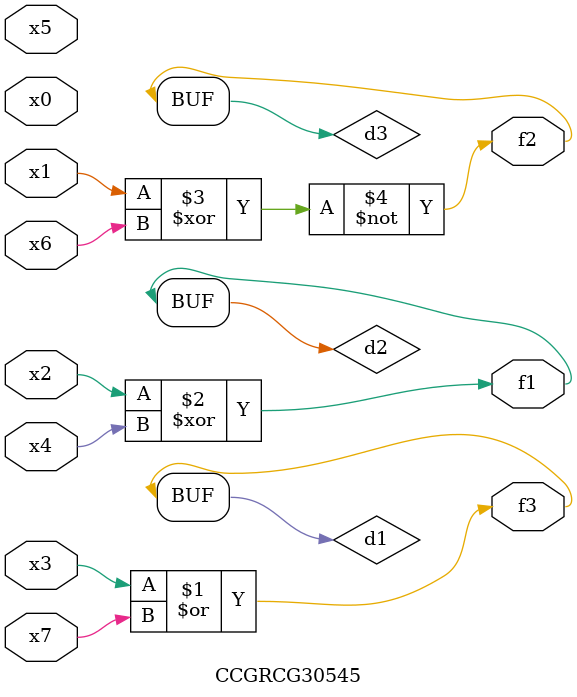
<source format=v>
module CCGRCG30545(
	input x0, x1, x2, x3, x4, x5, x6, x7,
	output f1, f2, f3
);

	wire d1, d2, d3;

	or (d1, x3, x7);
	xor (d2, x2, x4);
	xnor (d3, x1, x6);
	assign f1 = d2;
	assign f2 = d3;
	assign f3 = d1;
endmodule

</source>
